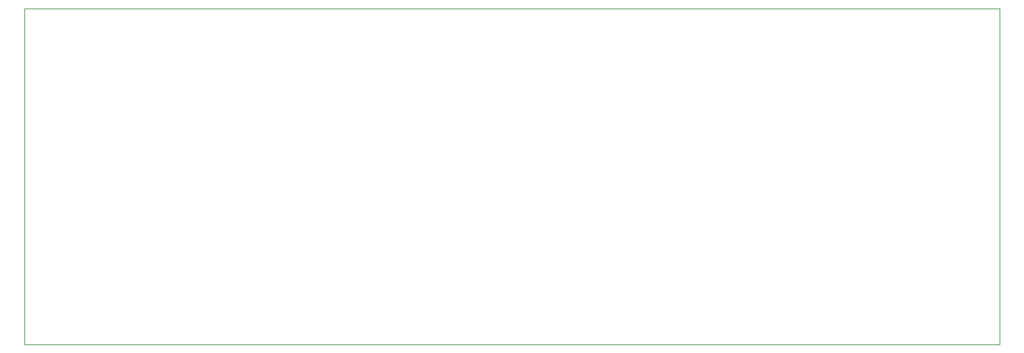
<source format=gbr>
%TF.GenerationSoftware,KiCad,Pcbnew,(5.1.0)-1*%
%TF.CreationDate,2019-07-09T03:29:53+01:00*%
%TF.ProjectId,SmartGluttonV1,536d6172-7447-46c7-9574-746f6e56312e,1.0*%
%TF.SameCoordinates,Original*%
%TF.FileFunction,Profile,NP*%
%FSLAX46Y46*%
G04 Gerber Fmt 4.6, Leading zero omitted, Abs format (unit mm)*
G04 Created by KiCad (PCBNEW (5.1.0)-1) date 2019-07-09 03:29:53*
%MOMM*%
%LPD*%
G04 APERTURE LIST*
%ADD10C,0.050000*%
G04 APERTURE END LIST*
D10*
X79375000Y-57150000D02*
X204470000Y-57150000D01*
X79375000Y-100330000D02*
X79375000Y-57150000D01*
X204470000Y-100330000D02*
X79375000Y-100330000D01*
X204470000Y-57150000D02*
X204470000Y-100330000D01*
M02*

</source>
